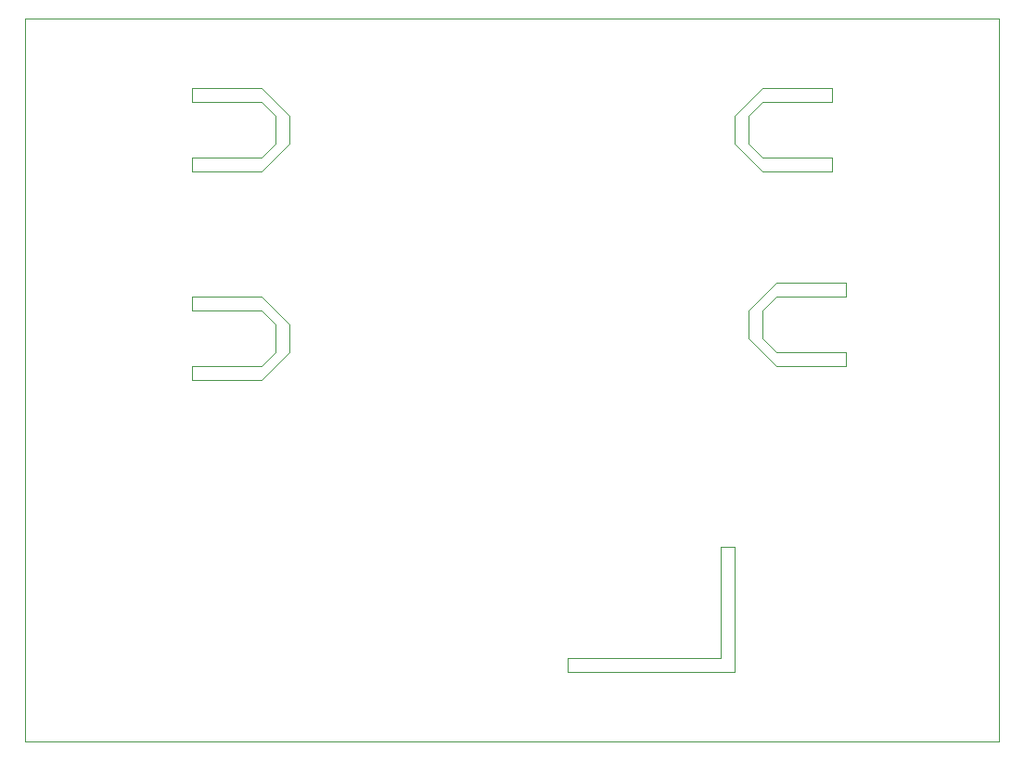
<source format=gm1>
%TF.GenerationSoftware,KiCad,Pcbnew,(5.1.10)-1*%
%TF.CreationDate,2021-10-30T21:12:42+05:30*%
%TF.ProjectId,esp12swithch board,65737031-3273-4776-9974-68636820626f,rev?*%
%TF.SameCoordinates,Original*%
%TF.FileFunction,Profile,NP*%
%FSLAX46Y46*%
G04 Gerber Fmt 4.6, Leading zero omitted, Abs format (unit mm)*
G04 Created by KiCad (PCBNEW (5.1.10)-1) date 2021-10-30 21:12:42*
%MOMM*%
%LPD*%
G01*
G04 APERTURE LIST*
%TA.AperFunction,Profile*%
%ADD10C,0.100000*%
%TD*%
G04 APERTURE END LIST*
D10*
X191770000Y-104140000D02*
X193040000Y-104140000D01*
X191770000Y-105410000D02*
X191770000Y-104140000D01*
X207010000Y-105410000D02*
X191770000Y-105410000D01*
X207010000Y-104140000D02*
X207010000Y-105410000D01*
X207010000Y-93980000D02*
X207010000Y-104140000D01*
X205740000Y-93980000D02*
X207010000Y-93980000D01*
X205740000Y-104140000D02*
X205740000Y-93980000D01*
X193040000Y-104140000D02*
X205740000Y-104140000D01*
X207010000Y-57150000D02*
X209550000Y-59690000D01*
X207010000Y-54610000D02*
X207010000Y-57150000D01*
X209550000Y-52070000D02*
X207010000Y-54610000D01*
X215900000Y-52070000D02*
X215900000Y-53340000D01*
X215900000Y-58420000D02*
X215900000Y-59690000D01*
X166370000Y-73660000D02*
X163830000Y-71120000D01*
X166370000Y-76200000D02*
X166370000Y-73660000D01*
X163830000Y-78740000D02*
X166370000Y-76200000D01*
X157480000Y-77470000D02*
X157480000Y-78740000D01*
X157480000Y-71120000D02*
X157480000Y-72390000D01*
X157480000Y-52070000D02*
X157480000Y-53340000D01*
X157480000Y-58420000D02*
X157480000Y-59690000D01*
X166370000Y-57150000D02*
X163830000Y-59690000D01*
X166370000Y-54610000D02*
X166370000Y-57150000D01*
X163830000Y-52070000D02*
X166370000Y-54610000D01*
X157480000Y-78740000D02*
X163830000Y-78740000D01*
X165100000Y-73660000D02*
X165100000Y-76200000D01*
X157480000Y-72390000D02*
X163830000Y-72390000D01*
X165100000Y-76200000D02*
X163830000Y-77470000D01*
X163830000Y-71120000D02*
X157480000Y-71120000D01*
X163830000Y-77470000D02*
X157480000Y-77470000D01*
X163830000Y-72390000D02*
X165100000Y-73660000D01*
X157480000Y-59690000D02*
X163830000Y-59690000D01*
X165100000Y-54610000D02*
X165100000Y-57150000D01*
X157480000Y-53340000D02*
X163830000Y-53340000D01*
X165100000Y-57150000D02*
X163830000Y-58420000D01*
X163830000Y-52070000D02*
X157480000Y-52070000D01*
X163830000Y-58420000D02*
X157480000Y-58420000D01*
X163830000Y-53340000D02*
X165100000Y-54610000D01*
X209550000Y-58420000D02*
X208280000Y-57150000D01*
X209550000Y-53340000D02*
X215900000Y-53340000D01*
X209550000Y-59690000D02*
X215900000Y-59690000D01*
X215900000Y-52070000D02*
X209550000Y-52070000D01*
X208280000Y-57150000D02*
X208280000Y-54610000D01*
X215900000Y-58420000D02*
X209550000Y-58420000D01*
X208280000Y-54610000D02*
X209550000Y-53340000D01*
X217170000Y-77470000D02*
X217170000Y-76200000D01*
X210820000Y-77470000D02*
X217170000Y-77470000D01*
X208280000Y-74930000D02*
X210820000Y-77470000D01*
X208280000Y-72390000D02*
X208280000Y-74930000D01*
X210820000Y-69850000D02*
X208280000Y-72390000D01*
X217170000Y-69850000D02*
X210820000Y-69850000D01*
X217170000Y-71120000D02*
X217170000Y-69850000D01*
X210820000Y-71120000D02*
X217170000Y-71120000D01*
X209550000Y-72390000D02*
X210820000Y-71120000D01*
X209550000Y-74930000D02*
X209550000Y-72390000D01*
X210820000Y-76200000D02*
X209550000Y-74930000D01*
X217170000Y-76200000D02*
X210820000Y-76200000D01*
X142240000Y-111760000D02*
X142240000Y-45720000D01*
X231140000Y-111760000D02*
X142240000Y-111760000D01*
X231140000Y-45720000D02*
X231140000Y-111760000D01*
X142240000Y-45720000D02*
X231140000Y-45720000D01*
M02*

</source>
